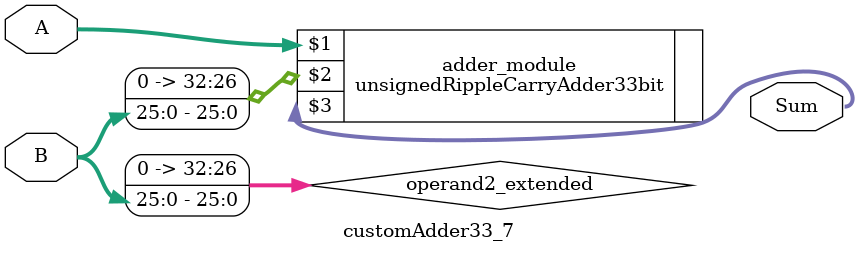
<source format=v>
module customAdder33_7(
                        input [32 : 0] A,
                        input [25 : 0] B,
                        
                        output [33 : 0] Sum
                );

        wire [32 : 0] operand2_extended;
        
        assign operand2_extended =  {7'b0, B};
        
        unsignedRippleCarryAdder33bit adder_module(
            A,
            operand2_extended,
            Sum
        );
        
        endmodule
        
</source>
